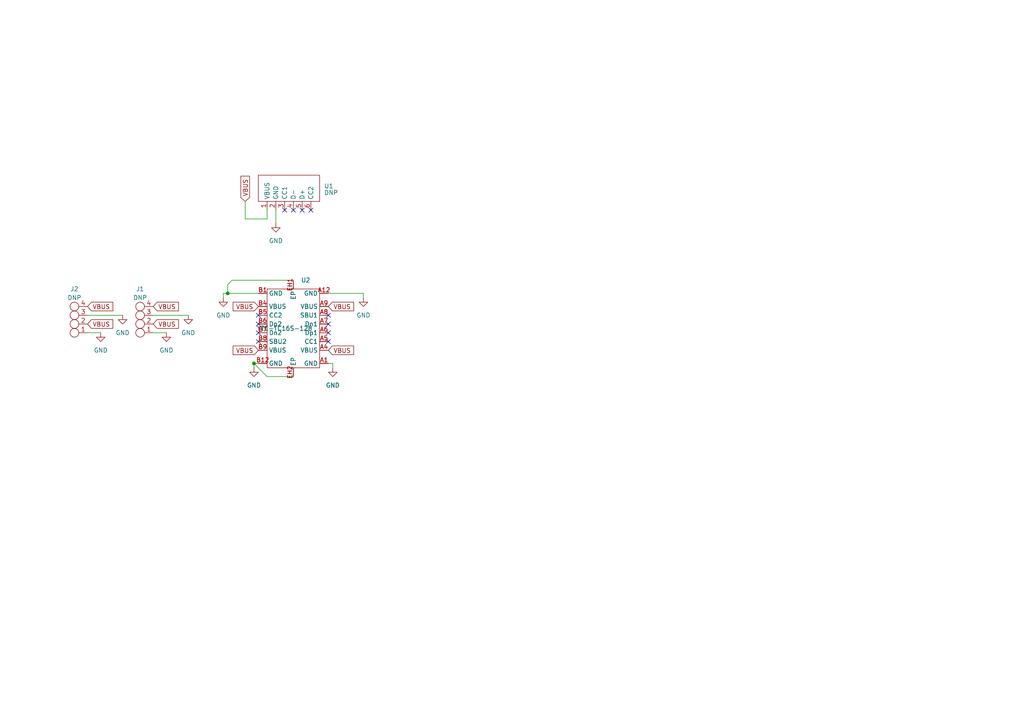
<source format=kicad_sch>
(kicad_sch (version 20231120) (generator "eeschema") (generator_version "8.0")
  (paper "A4")
  (lib_symbols
    (symbol "USB-C_ustom:YTC-TC16S-128"
      (property "Reference" "U" (at -5.08 13.97 0))
      (symbol "YTC-TC16S-128_0_1"
        (rectangle (start -7.62 11.43) (end 7.62 -11.43))
      )
      (symbol "YTC-TC16S-128_1_1"
        (pin input line (at 10.16 -10.16 180) (length 2.54) (name "GND") (number "A1"))
        (pin input line (at 10.16 10.16 180) (length 2.54) (name "GND") (number "A12"))
        (pin input line (at 10.16 -6.35 180) (length 2.54) (name "VBUS") (number "A4"))
        (pin input line (at 10.16 -3.81 180) (length 2.54) (name "CC1") (number "A5"))
        (pin input line (at 10.16 -1.27 180) (length 2.54) (name "Dp1") (number "A6"))
        (pin input line (at 10.16 1.27 180) (length 2.54) (name "Dn1") (number "A7"))
        (pin input line (at 10.16 3.81 180) (length 2.54) (name "SBU1") (number "A8"))
        (pin input line (at 10.16 6.35 180) (length 2.54) (name "VBUS") (number "A9"))
        (pin input line (at -10.16 10.16 0) (length 2.54) (name "GND") (number "B1"))
        (pin input line (at -10.16 -10.16 0) (length 2.54) (name "GND") (number "B12"))
        (pin input line (at -10.16 6.35 0) (length 2.54) (name "VBUS") (number "B4"))
        (pin input line (at -10.16 3.81 0) (length 2.54) (name "CC2") (number "B5"))
        (pin input line (at -10.16 1.27 0) (length 2.54) (name "Dp2") (number "B6"))
        (pin input line (at -10.16 -1.27 0) (length 2.54) (name "Dn2") (number "B7"))
        (pin input line (at -10.16 -3.81 0) (length 2.54) (name "SBU2") (number "B8"))
        (pin input line (at -10.16 -6.35 0) (length 2.54) (name "VBUS") (number "B9"))
        (pin input line (at 0 13.97 270) (length 2.54) (name "EP") (number "EH1"))
        (pin input line (at 0 -13.97 90) (length 2.54) (name "EP") (number "EH2"))
      )
    )
    (symbol "breakouts_custom:Treedix_USB_Type-C"
      (property "Reference" "U" (at -0.254 10.414 0))
      (symbol "Treedix_USB_Type-C_0_1"
        (rectangle (start -3.81 -8.89) (end 3.81 8.89))
      )
      (symbol "Treedix_USB_Type-C_1_1"
        (pin input line (at -6.35 6.35 0) (length 2.54) (name "VBUS") (number "1"))
        (pin input line (at -6.35 3.81 0) (length 2.54) (name "GND") (number "2"))
        (pin input line (at -6.35 1.27 0) (length 2.54) (name "CC1") (number "3"))
        (pin input line (at -6.35 -1.27 0) (length 2.54) (name "D-") (number "4"))
        (pin input line (at -6.35 -3.81 0) (length 2.54) (name "D+") (number "5"))
        (pin input line (at -6.35 -6.35 0) (length 2.54) (name "CC2") (number "6"))
      )
    )
    (symbol "header_custom:1x4"
      (property "Reference" "J" (at 0 7.366 0))
      (symbol "1x4_0_1"
        (circle (center 1.27 -3.81) (radius 1.27))
        (circle (center 1.27 -1.27) (radius 1.27))
        (circle (center 1.27 1.27) (radius 1.27))
        (circle (center 1.27 3.81) (radius 1.27))
      )
      (symbol "1x4_1_1"
        (pin bidirectional line (at -2.54 3.81 0) (length 2.54) (name "") (number "1"))
        (pin bidirectional line (at -2.54 1.27 0) (length 2.54) (name "") (number "2"))
        (pin bidirectional line (at -2.54 -1.27 0) (length 2.54) (name "") (number "3"))
        (pin bidirectional line (at -2.54 -3.81 0) (length 2.54) (name "") (number "4"))
      )
    )
    (symbol "power:GND" (power) (pin_names (offset 0))
      (property "Value" "GND" (at 0 -3.81 0))
      (symbol "GND_0_1"
        (polyline (pts (xy 0 0) (xy 0 -1.27) (xy 1.27 -1.27) (xy 0 -2.54) (xy -1.27 -1.27) (xy 0 -1.27)))
      )
      (symbol "GND_1_1"
        (pin power_in line (at 0 0 270) (length 0) hide (name "GND") (number "1"))
      )
    )
  )
  (junction (at 73.66 105.41))
  (junction (at 66.04 85.09))
  (no_connect (at 95.25 99.06))
  (no_connect (at 74.93 96.52))
  (no_connect (at 82.55 60.96))
  (no_connect (at 74.93 91.44))
  (no_connect (at 90.17 60.96))
  (no_connect (at 95.25 93.98))
  (no_connect (at 95.25 96.52))
  (no_connect (at 74.93 99.06))
  (no_connect (at 87.63 60.96))
  (no_connect (at 85.09 60.96))
  (no_connect (at 95.25 91.44))
  (no_connect (at 74.93 93.98))
  (wire (pts (xy 105.41 85.09) (xy 105.41 86.36)))
  (wire (pts (xy 71.12 58.42) (xy 71.12 63.5)))
  (wire (pts (xy 96.52 105.41) (xy 96.52 106.68)))
  (wire (pts (xy 80.01 60.96) (xy 80.01 64.77)))
  (wire (pts (xy 25.4 96.52) (xy 29.21 96.52)))
  (wire (pts (xy 73.66 105.41) (xy 73.66 106.68)))
  (wire (pts (xy 85.09 81.28) (xy 67.31 81.28)))
  (wire (pts (xy 25.4 91.44) (xy 35.56 91.44)))
  (wire (pts (xy 66.04 82.55) (xy 66.04 85.09)))
  (wire (pts (xy 73.66 105.41) (xy 74.93 105.41)))
  (wire (pts (xy 66.04 85.09) (xy 74.93 85.09)))
  (wire (pts (xy 95.25 105.41) (xy 96.52 105.41)))
  (wire (pts (xy 67.31 81.28) (xy 66.04 82.55)))
  (wire (pts (xy 77.47 60.96) (xy 77.47 63.5)))
  (wire (pts (xy 44.45 96.52) (xy 48.26 96.52)))
  (wire (pts (xy 95.25 85.09) (xy 105.41 85.09)))
  (wire (pts (xy 44.45 91.44) (xy 54.61 91.44)))
  (wire (pts (xy 64.77 85.09) (xy 66.04 85.09)))
  (wire (pts (xy 71.12 63.5) (xy 77.47 63.5)))
  (wire (pts (xy 77.47 109.22) (xy 73.66 105.41)))
  (wire (pts (xy 85.09 109.22) (xy 77.47 109.22)))
  (wire (pts (xy 64.77 85.09) (xy 64.77 86.36)))
  (global_label "VBUS" (shape input) (at 74.93 101.6 180) (property "Intersheetrefs" "${INTERSHEET_REFS}" (effects (hide yes))))
  (global_label "VBUS" (shape input) (at 95.25 88.9 0) (property "Intersheetrefs" "${INTERSHEET_REFS}" (effects (hide yes))))
  (global_label "VBUS" (shape input) (at 71.12 58.42 90) (property "Intersheetrefs" "${INTERSHEET_REFS}" (effects (hide yes))))
  (global_label "VBUS" (shape input) (at 95.25 101.6 0) (property "Intersheetrefs" "${INTERSHEET_REFS}" (effects (hide yes))))
  (global_label "VBUS" (shape input) (at 25.4 88.9 0) (property "Intersheetrefs" "${INTERSHEET_REFS}" (effects (hide yes))))
  (global_label "VBUS" (shape input) (at 74.93 88.9 180) (property "Intersheetrefs" "${INTERSHEET_REFS}" (effects (hide yes))))
  (global_label "VBUS" (shape input) (at 44.45 93.98 0) (property "Intersheetrefs" "${INTERSHEET_REFS}" (effects (hide yes))))
  (global_label "VBUS" (shape input) (at 25.4 93.98 0) (property "Intersheetrefs" "${INTERSHEET_REFS}" (effects (hide yes))))
  (global_label "VBUS" (shape input) (at 44.45 88.9 0) (property "Intersheetrefs" "${INTERSHEET_REFS}" (effects (hide yes))))
  (symbol (lib_id "power:GND") (at 29.21 96.52 0) (unit 1)
    (property "Reference" "#PWR02" (effects (hide yes)))
    (property "Value" "GND" (at 29.21 101.6 0))
  )
  (symbol (lib_id "USB-C_ustom:YTC-TC16S-128") (at 85.09 95.25 0) (unit 1)
    (property "Reference" "U2" (at 87.2841 81.28 0) (effects (justify left)))
    (property "Value" "YTC-TC16S-128" (at 82.55 95.25 0))
    (property "Footprint" "USB_custom:YTC-TC16S-128" (effects (hide yes)))
  )
  (symbol (lib_id "power:GND") (at 96.52 106.68 0) (unit 1)
    (property "Reference" "#PWR05" (effects (hide yes)))
    (property "Value" "GND" (at 96.52 111.76 0))
  )
  (symbol (lib_id "power:GND") (at 64.77 86.36 0) (unit 1)
    (property "Reference" "#PWR07" (effects (hide yes)))
    (property "Value" "GND" (at 64.77 91.44 0))
  )
  (symbol (lib_id "power:GND") (at 105.41 86.36 0) (unit 1)
    (property "Reference" "#PWR08" (effects (hide yes)))
    (property "Value" "GND" (at 105.41 91.44 0))
  )
  (symbol (lib_id "power:GND") (at 35.56 91.44 0) (unit 1)
    (property "Reference" "#PWR01" (effects (hide yes)))
    (property "Value" "GND" (at 35.56 96.52 0))
  )
  (symbol (lib_id "power:GND") (at 48.26 96.52 0) (unit 1)
    (property "Reference" "#PWR010" (effects (hide yes)))
    (property "Value" "GND" (at 48.26 101.6 0))
  )
  (symbol (lib_id "power:GND") (at 54.61 91.44 0) (unit 1)
    (property "Reference" "#PWR04" (effects (hide yes)))
    (property "Value" "GND" (at 54.61 96.52 0))
  )
  (symbol (lib_id "header_custom:1x4") (at 41.91 92.71 180) (unit 1)
    (property "Reference" "J1" (at 40.64 83.82 0))
    (property "Value" "DNP" (at 40.64 86.36 0))
    (property "Footprint" "Connector_PinHeader_2.54mm:PinHeader_1x04_P2.54mm_Vertical" (effects (hide yes)))
  )
  (symbol (lib_id "power:GND") (at 80.01 64.77 0) (unit 1)
    (property "Reference" "#PWR03" (effects (hide yes)))
    (property "Value" "GND" (at 80.01 69.85 0))
  )
  (symbol (lib_id "power:GND") (at 73.66 106.68 0) (unit 1)
    (property "Reference" "#PWR06" (effects (hide yes)))
    (property "Value" "GND" (at 73.66 111.76 0))
  )
  (symbol (lib_id "header_custom:1x4") (at 22.86 92.71 180) (unit 1)
    (property "Reference" "J2" (at 21.59 83.82 0))
    (property "Value" "DNP" (at 21.59 86.36 0))
    (property "Footprint" "Connector_PinHeader_2.54mm:PinHeader_1x04_P2.54mm_Vertical" (effects (hide yes)))
  )
  (symbol (lib_id "breakouts_custom:Treedix_USB_Type-C") (at 83.82 54.61 90) (unit 1)
    (property "Reference" "U1" (at 93.98 53.9749 90) (effects (justify right)))
    (property "Value" "DNP" (at 93.98 55.88 90) (effects (justify right)))
    (property "Footprint" "breakout_custom:Treedix USB Type-C" (effects (hide yes)))
  )
)
</source>
